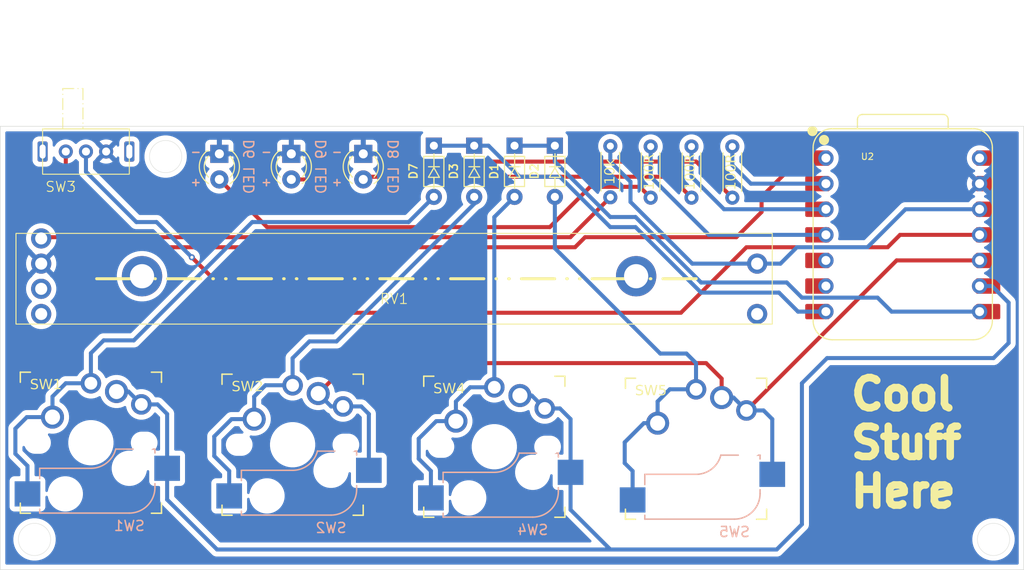
<source format=kicad_pcb>
(kicad_pcb (version 20241229) (generator "pcbnew") (generator_version "9.0")
  (layers (0 "F.Cu" signal "Front") (2 "B.Cu" signal "Back") (13 "F.Paste" user) (15 "B.Paste" user) (5 "F.SilkS" user) (7 "B.SilkS" user) (1 "F.Mask" user) (3 "B.Mask" user) (25 "Edge.Cuts" user))
  (net 0 "")
  (net 1 "Net-(D1-A)")
  (net 2 "Net-(D1-K)")
  (net 3 "Net-(D2-A)")
  (net 4 "Net-(D3-K)")
  (net 5 "Net-(D3-A)")
  (net 6 "Net-(D7-A)")
  (net 7 "Net-(D6-A)")
  (net 8 "GND")
  (net 9 "Net-(D8-A)")
  (net 10 "Net-(D9-A)")
  (net 11 "Net-(SW3-C)")
  (net 12 "Net-(SW3-B)")
  (net 13 "Net-(U2-GPIO29{slash}ADC3{slash}A3)")
  (net 14 "Net-(U2-GPIO28{slash}ADC2{slash}A2)")
  (net 15 "Net-(U2-GPIO27{slash}ADC1{slash}A1)")
  (net 16 "Net-(U2-3V3)")
  (net 17 "Net-(U2-GPIO26{slash}ADC0{slash}A0)")
  (net 18 "Net-(U2-GPIO2{slash}SCK)")
  (net 19 "Net-(U2-GPIO4{slash}MISO)")
  (footprint "LED_THT:LED_D3.0mm" (layer "F.Cu") (at 146.5 40.73 -90)
    (property "Reference" "D8 LED" (at 1.27 -3 90) (layer "B.SilkS") (effects (justify mirror)))
    (property "Value" "LED")
    (fp_line (start -0.29 1.08) (end -0.29 1.236) (stroke (width 0.12)) (layer "F.SilkS"))
    (fp_line (start -0.29 -1.236) (end -0.29 -1.08) (stroke (width 0.12)) (layer "F.SilkS"))
    (fp_arc (start 2.310961 1.08) (mid 1.27 1.5) (end 0.229039 1.08) (stroke (width 0.12)) (layer "F.SilkS"))
    (fp_arc (start 2.941437 1.08) (mid 1.36566 1.987699) (end -0.29 1.235516) (stroke (width 0.12)) (layer "F.SilkS"))
    (fp_arc (start 0.229039 -1.08) (mid 1.27 -1.5) (end 2.310961 -1.08) (stroke (width 0.12)) (layer "F.SilkS"))
    (fp_arc (start -0.29 -1.235516) (mid 1.36566 -1.987699) (end 2.941437 -1.08) (stroke (width 0.12)) (layer "F.SilkS"))
    (pad "1" thru_hole rect (at 0 0 270) (size 1.8 1.8) (drill 0.9) (layers "*.Cu" "*.Mask") (net 8 "GND"))
    (pad "2" thru_hole circle (at 2.54 0 270) (size 1.8 1.8) (drill 0.9) (layers "*.Cu" "*.Mask") (net 9 "Net-(D8-A)"))
  )
  (footprint "Key_Switches:Kailh_socket_MX_PG1350_optional" (layer "F.Cu") (at 119.49 69.4)
    (property "Reference" "SW1" (at -4.4704 -5.7277 0) (layer "F.SilkS"))
    (property "Value" "SW_Push")
    (fp_line (start -7 -6) (end -7 -7) (stroke (width 0.15)) (layer "F.SilkS"))
    (fp_line (start -7 7) (end -7 6) (stroke (width 0.15)) (layer "F.SilkS"))
    (fp_line (start -7 7) (end -6 7) (stroke (width 0.15)) (layer "F.SilkS"))
    (fp_line (start -6 -7) (end -7 -7) (stroke (width 0.15)) (layer "F.SilkS"))
    (fp_line (start 6 7) (end 7 7) (stroke (width 0.15)) (layer "F.SilkS"))
    (fp_line (start 7 -7) (end 6 -7) (stroke (width 0.15)) (layer "F.SilkS"))
    (fp_line (start 7 -7) (end 7 -6) (stroke (width 0.15)) (layer "F.SilkS"))
    (fp_line (start 7 6) (end 7 7) (stroke (width 0.15)) (layer "F.SilkS"))
    (fp_line (start -5.08 2.54) (end -5.08 3.556) (stroke (width 0.15)) (layer "B.SilkS"))
    (fp_line (start -5.08 6.604) (end -5.08 6.985) (stroke (width 0.15)) (layer "B.SilkS"))
    (fp_line (start -5.08 6.985) (end 3.81 6.985) (stroke (width 0.15)) (layer "B.SilkS"))
    (fp_line (start 0 2.54) (end -5.08 2.54) (stroke (width 0.15)) (layer "B.SilkS"))
    (fp_line (start 4.191 0.635) (end 2.54 0.635) (stroke (width 0.15)) (layer "B.SilkS"))
    (fp_line (start 6.35 0.635) (end 5.969 0.635) (stroke (width 0.15)) (layer "B.SilkS"))
    (fp_line (start 6.35 1.016) (end 6.35 0.635) (stroke (width 0.15)) (layer "B.SilkS"))
    (fp_line (start 6.35 4.445) (end 6.35 4.064) (stroke (width 0.15)) (layer "B.SilkS"))
    (fp_arc (start 2.464162 0.61604) (mid 1.563147 2.002042) (end 0 2.54) (stroke (width 0.15)) (layer "B.SilkS"))
    (fp_arc (start 6.35 4.445) (mid 5.606051 6.241051) (end 3.81 6.985) (stroke (width 0.15)) (layer "B.SilkS"))
    (fp_text user "${REFERENCE}" (at 3.81 8.255 0) (layer "B.SilkS") (effects (justify mirror)))
    (pad "" np_thru_hole oval (at -5.2959 0 180) (size 2.15 1.7018) (drill oval 2.15 1.7018) (layers "*.Cu" "*.Mask"))
    (pad "" np_thru_hole circle (at -2.54 5.08) (size 3 3) (drill 3) (layers "*.Cu" "*.Mask"))
    (pad "" np_thru_hole circle (at 0 0) (size 3.9878 3.9878) (drill 3.9878) (layers "*.Cu" "*.Mask"))
    (pad "" np_thru_hole circle (at 3.81 2.54) (size 3 3) (drill 3) (layers "*.Cu" "*.Mask"))
    (pad "" np_thru_hole oval (at 5.2832 0 180) (size 2.15 1.7018) (drill oval 2.15 1.7018) (layers "*.Cu" "*.Mask"))
    (pad "1" thru_hole circle (at 2.54 -5.08) (size 2.286 2.286) (drill 1.4986) (layers "*.Cu" "*.Mask") (net 18 "Net-(U2-GPIO2{slash}SCK)"))
    (pad "1" thru_hole circle (at 5 -3.8 180) (size 2.032 2.032) (drill 1.27) (layers "*.Cu" "*.Mask") (net 18 "Net-(U2-GPIO2{slash}SCK)"))
    (pad "1" smd rect (at 7.56 2.54) (size 2.55 2.5) (layers "B.Cu" "B.Mask" "B.Paste") (net 18 "Net-(U2-GPIO2{slash}SCK)"))
    (pad "2" smd rect (at -6.29 5.08) (size 2.55 2.5) (layers "B.Cu" "B.Mask" "B.Paste") (net 6 "Net-(D7-A)"))
    (pad "2" thru_hole circle (at -3.81 -2.54) (size 2.286 2.286) (drill 1.4986) (layers "*.Cu" "*.Mask") (net 6 "Net-(D7-A)"))
    (pad "2" thru_hole circle (at 0 -5.9 180) (size 2.032 2.032) (drill 1.27) (layers "*.Cu" "*.Mask") (net 6 "Net-(D7-A)"))
  )
  (footprint "Key_Switches:Kailh_socket_MX_PG1350_optional" (layer "F.Cu") (at 179.5 70)
    (property "Reference" "SW5" (at -4.4704 -5.7277 0) (layer "F.SilkS"))
    (property "Value" "SW_Push")
    (fp_line (start -7 -6) (end -7 -7) (stroke (width 0.15)) (layer "F.SilkS"))
    (fp_line (start -7 7) (end -7 6) (stroke (width 0.15)) (layer "F.SilkS"))
    (fp_line (start -7 7) (end -6 7) (stroke (width 0.15)) (layer "F.SilkS"))
    (fp_line (start -6 -7) (end -7 -7) (stroke (width 0.15)) (layer "F.SilkS"))
    (fp_line (start 6 7) (end 7 7) (stroke (width 0.15)) (layer "F.SilkS"))
    (fp_line (start 7 -7) (end 6 -7) (stroke (width 0.15)) (layer "F.SilkS"))
    (fp_line (start 7 -7) (end 7 -6) (stroke (width 0.15)) (layer "F.SilkS"))
    (fp_line (start 7 6) (end 7 7) (stroke (width 0.15)) (layer "F.SilkS"))
    (fp_line (start -5.08 2.54) (end -5.08 3.556) (stroke (width 0.15)) (layer "B.SilkS"))
    (fp_line (start -5.08 6.604) (end -5.08 6.985) (stroke (width 0.15)) (layer "B.SilkS"))
    (fp_line (start -5.08 6.985) (end 3.81 6.985) (stroke (width 0.15)) (layer "B.SilkS"))
    (fp_line (start 0 2.54) (end -5.08 2.54) (stroke (width 0.15)) (layer "B.SilkS"))
    (fp_line (start 4.191 0.635) (end 2.54 0.635) (stroke (width 0.15)) (layer "B.SilkS"))
    (fp_line (start 6.35 0.635) (end 5.969 0.635) (stroke (width 0.15)) (layer "B.SilkS"))
    (fp_line (start 6.35 1.016) (end 6.35 0.635) (stroke (width 0.15)) (layer "B.SilkS"))
    (fp_line (start 6.35 4.445) (end 6.35 4.064) (stroke (width 0.15)) (layer "B.SilkS"))
    (fp_arc (start 2.464162 0.61604) (mid 1.563147 2.002042) (end 0 2.54) (stroke (width 0.15)) (layer "B.SilkS"))
    (fp_arc (start 6.35 4.445) (mid 5.606051 6.241051) (end 3.81 6.985) (stroke (width 0.15)) (layer "B.SilkS"))
    (fp_text user "${REFERENCE}" (at 3.81 8.255 0) (layer "B.SilkS") (effects (justify mirror)))
    (pad "" np_thru_hole oval (at -5.2959 0 180) (size 2.15 1.7018) (drill oval 2.15 1.7018) (layers "*.Cu" "*.Mask"))
    (pad "" np_thru_hole circle (at -2.54 5.08) (size 3 3) (drill 3) (layers "*.Cu" "*.Mask"))
    (pad "" np_thru_hole circle (at 0 0) (size 3.9878 3.9878) (drill 3.9878) (layers "*.Cu" "*.Mask"))
    (pad "" np_thru_hole circle (at 3.81 2.54) (size 3 3) (drill 3) (layers "*.Cu" "*.Mask"))
    (pad "" np_thru_hole oval (at 5.2832 0 180) (size 2.15 1.7018) (drill oval 2.15 1.7018) (layers "*.Cu" "*.Mask"))
    (pad "1" thru_hole circle (at 2.54 -5.08) (size 2.286 2.286) (drill 1.4986) (layers "*.Cu" "*.Mask") (net 19 "Net-(U2-GPIO4{slash}MISO)"))
    (pad "1" thru_hole circle (at 5 -3.8 180) (size 2.032 2.032) (drill 1.27) (layers "*.Cu" "*.Mask") (net 19 "Net-(U2-GPIO4{slash}MISO)"))
    (pad "1" smd rect (at 7.56 2.54) (size 2.55 2.5) (layers "B.Cu" "B.Mask" "B.Paste") (net 19 "Net-(U2-GPIO4{slash}MISO)"))
    (pad "2" smd rect (at -6.29 5.08) (size 2.55 2.5) (layers "B.Cu" "B.Mask" "B.Paste") (net 3 "Net-(D2-A)"))
    (pad "2" thru_hole circle (at -3.81 -2.54) (size 2.286 2.286) (drill 1.4986) (layers "*.Cu" "*.Mask") (net 3 "Net-(D2-A)"))
    (pad "2" thru_hole circle (at 0 -5.9 180) (size 2.032 2.032) (drill 1.27) (layers "*.Cu" "*.Mask") (net 3 "Net-(D2-A)"))
  )
  (footprint "Resistor_THT:R_Axial_DIN0204_L3.6mm_D1.6mm_P5.08mm_Horizontal" (layer "F.Cu") (at 179.05 45.08 90)
    (property "Reference" "100R" (at 2.54 -0.1 90) (layer "F.SilkS"))
    (property "Value" "100R")
    (fp_line (start 0.62 -0.92) (end 4.46 -0.92) (stroke (width 0.12)) (layer "F.SilkS"))
    (fp_line (start 0.62 0.92) (end 4.46 0.92) (stroke (width 0.12)) (layer "F.SilkS"))
    (pad "1" thru_hole circle (at 0 0 90) (size 1.4 1.4) (drill 0.7) (layers "*.Cu" "*.Mask") (net 9 "Net-(D8-A)"))
    (pad "2" thru_hole circle (at 5.08 0 90) (size 1.4 1.4) (drill 0.7) (layers "*.Cu" "*.Mask") (net 14 "Net-(U2-GPIO28{slash}ADC2{slash}A2)"))
  )
  (footprint "Resistor_THT:R_Axial_DIN0204_L3.6mm_D1.6mm_P5.08mm_Horizontal" (layer "F.Cu") (at 183.1 45.08 90)
    (property "Reference" "100R" (at 2.54 -0.1 90) (layer "F.SilkS"))
    (property "Value" "100R")
    (fp_line (start 0.62 -0.92) (end 4.46 -0.92) (stroke (width 0.12)) (layer "F.SilkS"))
    (fp_line (start 0.62 0.92) (end 4.46 0.92) (stroke (width 0.12)) (layer "F.SilkS"))
    (pad "1" thru_hole circle (at 0 0 90) (size 1.4 1.4) (drill 0.7) (layers "*.Cu" "*.Mask") (net 10 "Net-(D9-A)"))
    (pad "2" thru_hole circle (at 5.08 0 90) (size 1.4 1.4) (drill 0.7) (layers "*.Cu" "*.Mask") (net 15 "Net-(U2-GPIO27{slash}ADC1{slash}A1)"))
  )
  (footprint "Key_Switches:Kailh_socket_MX_PG1350_optional" (layer "F.Cu") (at 159.496667 69.8)
    (property "Reference" "SW4" (at -4.4704 -5.7277 0) (layer "F.SilkS"))
    (property "Value" "SW_Push")
    (fp_line (start -7 -6) (end -7 -7) (stroke (width 0.15)) (layer "F.SilkS"))
    (fp_line (start -7 7) (end -7 6) (stroke (width 0.15)) (layer "F.SilkS"))
    (fp_line (start -7 7) (end -6 7) (stroke (width 0.15)) (layer "F.SilkS"))
    (fp_line (start -6 -7) (end -7 -7) (stroke (width 0.15)) (layer "F.SilkS"))
    (fp_line (start 6 7) (end 7 7) (stroke (width 0.15)) (layer "F.SilkS"))
    (fp_line (start 7 -7) (end 6 -7) (stroke (width 0.15)) (layer "F.SilkS"))
    (fp_line (start 7 -7) (end 7 -6) (stroke (width 0.15)) (layer "F.SilkS"))
    (fp_line (start 7 6) (end 7 7) (stroke (width 0.15)) (layer "F.SilkS"))
    (fp_line (start -5.08 2.54) (end -5.08 3.556) (stroke (width 0.15)) (layer "B.SilkS"))
    (fp_line (start -5.08 6.604) (end -5.08 6.985) (stroke (width 0.15)) (layer "B.SilkS"))
    (fp_line (start -5.08 6.985) (end 3.81 6.985) (stroke (width 0.15)) (layer "B.SilkS"))
    (fp_line (start 0 2.54) (end -5.08 2.54) (stroke (width 0.15)) (layer "B.SilkS"))
    (fp_line (start 4.191 0.635) (end 2.54 0.635) (stroke (width 0.15)) (layer "B.SilkS"))
    (fp_line (start 6.35 0.635) (end 5.969 0.635) (stroke (width 0.15)) (layer "B.SilkS"))
    (fp_line (start 6.35 1.016) (end 6.35 0.635) (stroke (width 0.15)) (layer "B.SilkS"))
    (fp_line (start 6.35 4.445) (end 6.35 4.064) (stroke (width 0.15)) (layer "B.SilkS"))
    (fp_arc (start 2.464162 0.61604) (mid 1.563147 2.002042) (end 0 2.54) (stroke (width 0.15)) (layer "B.SilkS"))
    (fp_arc (start 6.35 4.445) (mid 5.606051 6.241051) (end 3.81 6.985) (stroke (width 0.15)) (layer "B.SilkS"))
    (fp_text user "${REFERENCE}" (at 3.81 8.255 0) (layer "B.SilkS") (effects (justify mirror)))
    (pad "" np_thru_hole oval (at -5.2959 0 180) (size 2.15 1.7018) (drill oval 2.15 1.7018) (layers "*.Cu" "*.Mask"))
    (pad "" np_thru_hole circle (at -2.54 5.08) (size 3 3) (drill 3) (layers "*.Cu" "*.Mask"))
    (pad "" np_thru_hole circle (at 0 0) (size 3.9878 3.9878) (drill 3.9878) (layers "*.Cu" "*.Mask"))
    (pad "" np_thru_hole circle (at 3.81 2.54) (size 3 3) (drill 3) (layers "*.Cu" "*.Mask"))
    (pad "" np_thru_hole oval (at 5.2832 0 180) (size 2.15 1.7018) (drill oval 2.15 1.7018) (layers "*.Cu" "*.Mask"))
    (pad "1" thru_hole circle (at 2.54 -5.08) (size 2.286 2.286) (drill 1.4986) (layers "*.Cu" "*.Mask") (net 18 "Net-(U2-GPIO2{slash}SCK)"))
    (pad "1" thru_hole circle (at 5 -3.8 180) (size 2.032 2.032) (drill 1.27) (layers "*.Cu" "*.Mask") (net 18 "Net-(U2-GPIO2{slash}SCK)"))
    (pad "1" smd rect (at 7.56 2.54) (size 2.55 2.5) (layers "B.Cu" "B.Mask" "B.Paste") (net 18 "Net-(U2-GPIO2{slash}SCK)"))
    (pad "2" smd rect (at -6.29 5.08) (size 2.55 2.5) (layers "B.Cu" "B.Mask" "B.Paste") (net 1 "Net-(D1-A)"))
    (pad "2" thru_hole circle (at -3.81 -2.54) (size 2.286 2.286) (drill 1.4986) (layers "*.Cu" "*.Mask") (net 1 "Net-(D1-A)"))
    (pad "2" thru_hole circle (at 0 -5.9 180) (size 2.032 2.032) (drill 1.27) (layers "*.Cu" "*.Mask") (net 1 "Net-(D1-A)"))
  )
  (footprint "CustomFootprints:Potentiometer_slide_75mm_range_60mm_2_sets" (layer "F.Cu") (at 112.06 57.625)
    (property "Reference" "RV1" (at 37.5 -2.5 0) (layer "F.SilkS") (effects (font (thickness 0.1))))
    (property "Value" "Analogue_input_slider 10k")
    (fp_line (start 8 -4.5) (end 68 -4.5) (stroke (width 0.3) (type dash_dot_dot)) (layer "F.SilkS"))
    (fp_rect (start 0 -9) (end 75 0) (stroke (width 0.1)) (fill no) (layer "F.SilkS"))
    (pad "1" thru_hole circle (at 2.5 -6) (size 2 2) (drill 1.2) (layers "*.Cu" "*.Mask") (net 8 "GND"))
    (pad "1'" thru_hole circle (at 2.5 -1) (size 2 2) (drill 1.2) (layers "*.Cu" "*.Mask"))
    (pad "2" thru_hole circle (at 2.5 -8.5) (size 2 2) (drill 1.2) (layers "*.Cu" "*.Mask") (net 17 "Net-(U2-GPIO26{slash}ADC0{slash}A0)"))
    (pad "2'" thru_hole circle (at 2.5 -3.5) (size 2 2) (drill 1.2) (layers "*.Cu" "*.Mask"))
    (pad "3" thru_hole circle (at 73.5 -6) (size 2 2) (drill 1.2) (layers "*.Cu" "*.Mask") (net 16 "Net-(U2-3V3)"))
    (pad "3'" thru_hole circle (at 73.5 -1) (size 2 2) (drill 1.2) (layers "*.Cu" "*.Mask"))
    (pad "MP" thru_hole circle (at 12.5 -4.75) (size 4 4) (drill 2.4) (layers "*.Cu" "*.Mask"))
    (pad "MP" thru_hole circle (at 61.5 -4.75) (size 4 4) (drill 2.4) (layers "*.Cu" "*.Mask"))
  )
  (footprint "XIAO Seeduino:XIAO-RP2040-DIP" (layer "F.Cu") (at 200 48.7685)
    (property "Reference" "U2" (at -3.5 -7.7685 0) (layer "F.SilkS") (effects (font (size 0.635 0.635) (thickness 0.1016))))
    (property "Value" "XIAO-RP2040-DIP")
    (fp_line (start -8.89 8.509) (end -8.89 -8.636) (stroke (width 0.127)) (layer "F.SilkS"))
    (fp_line (start -6.985 10.414) (end 6.985 10.414) (stroke (width 0.127)) (layer "F.SilkS"))
    (fp_line (start -4.495 -10.541) (end -4.491272 -11.451272) (stroke (width 0.127)) (layer "F.SilkS"))
    (fp_line (start -3.991272 -11.951) (end 4.004 -11.951) (stroke (width 0.127)) (layer "F.SilkS"))
    (fp_line (start 4.504 -11.451) (end 4.504 -10.541) (stroke (width 0.127)) (layer "F.SilkS"))
    (fp_line (start 6.985 -10.541) (end -6.985 -10.541) (stroke (width 0.1)) (layer "F.SilkS"))
    (fp_line (start 6.985 -10.541) (end -6.985 -10.541) (stroke (width 0.127)) (layer "F.SilkS"))
    (fp_line (start 8.89 8.509) (end 8.89 -8.636) (stroke (width 0.127)) (layer "F.SilkS"))
    (fp_arc (start -8.89 -8.636) (mid -8.332038 -9.983038) (end -6.985 -10.541) (stroke (width 0.127)) (layer "F.SilkS"))
    (fp_arc (start -6.985 10.414) (mid -8.332038 9.856038) (end -8.89 8.509) (stroke (width 0.127)) (layer "F.SilkS"))
    (fp_arc (start -4.491272 -11.451272) (mid -4.344728 -11.80464) (end -3.991272 -11.951) (stroke (width 0.127)) (layer "F.SilkS"))
    (fp_arc (start 4.004 -11.951) (mid 4.357553 -11.804553) (end 4.504 -11.451) (stroke (width 0.127)) (layer "F.SilkS"))
    (fp_arc (start 6.985 -10.541) (mid 8.332038 -9.983038) (end 8.89 -8.636) (stroke (width 0.127)) (layer "F.SilkS"))
    (fp_arc (start 8.89 8.509) (mid 8.332038 9.856038) (end 6.985 10.414) (stroke (width 0.127)) (layer "F.SilkS"))
    (fp_circle (center -8.95 -10.3) (end -8.95 -10.554) (stroke (width 0.5)) (fill yes) (layer "F.SilkS"))
    (fp_circle (center -7.807 -9.42) (end -7.807 -9.674) (stroke (width 0.5)) (fill yes) (layer "F.SilkS"))
    (pad "1" smd roundrect (at -8.455 -7.62 180) (size 2.432 1.524) (layers "F.Cu" "F.Mask") (roundrect_rratio 0.1) (net 17 "Net-(U2-GPIO26{slash}ADC0{slash}A0)"))
    (pad "1" thru_hole circle (at -7.62 -7.62 180) (size 1.524 1.524) (drill 0.889) (layers "*.Cu" "*.Mask") (net 17 "Net-(U2-GPIO26{slash}ADC0{slash}A0)"))
    (pad "2" smd roundrect (at -8.455 -5.08 180) (size 2.432 1.524) (layers "F.Cu" "F.Mask") (roundrect_rratio 0.1) (net 15 "Net-(U2-GPIO27{slash}ADC1{slash}A1)"))
    (pad "2" thru_hole circle (at -7.62 -5.08 180) (size 1.524 1.524) (drill 0.889) (layers "*.Cu" "*.Mask") (net 15 "Net-(U2-GPIO27{slash}ADC1{slash}A1)"))
    (pad "3" smd roundrect (at -8.455 -2.54 180) (size 2.432 1.524) (layers "F.Cu" "F.Mask") (roundrect_rratio 0.1) (net 14 "Net-(U2-GPIO28{slash}ADC2{slash}A2)"))
    (pad "3" thru_hole circle (at -7.62 -2.54 180) (size 1.524 1.524) (drill 0.889) (layers "*.Cu" "*.Mask") (net 14 "Net-(U2-GPIO28{slash}ADC2{slash}A2)"))
    (pad "4" smd roundrect (at -8.455 0 180) (size 2.432 1.524) (layers "F.Cu" "F.Mask") (roundrect_rratio 0.1) (net 13 "Net-(U2-GPIO29{slash}ADC3{slash}A3)"))
    (pad "4" thru_hole circle (at -7.62 0 180) (size 1.524 1.524) (drill 0.889) (layers "*.Cu" "*.Mask") (net 13 "Net-(U2-GPIO29{slash}ADC3{slash}A3)"))
    (pad "5" smd roundrect (at -8.455 2.54 180) (size 2.432 1.524) (layers "F.Cu" "F.Mask") (roundrect_rratio 0.1))
    (pad "5" thru_hole circle (at -7.62 2.54 180) (size 1.524 1.524) (drill 0.889) (layers "*.Cu" "*.Mask"))
    (pad "6" smd roundrect (at -8.455 5.08 180) (size 2.432 1.524) (layers "F.Cu" "F.Mask") (roundrect_rratio 0.1))
    (pad "6" thru_hole circle (at -7.62 5.08 180) (size 1.524 1.524) (drill 0.889) (layers "*.Cu" "*.Mask"))
    (pad "7" smd roundrect (at -8.455 7.62 180) (size 2.432 1.524) (layers "F.Cu" "F.Mask") (roundrect_rratio 0.1) (net 4 "Net-(D3-K)"))
    (pad "7" thru_hole circle (at -7.62 7.62 180) (size 1.524 1.524) (drill 0.889) (layers "*.Cu" "*.Mask") (net 4 "Net-(D3-K)"))
    (pad "8" thru_hole circle (at 7.62 7.62) (size 1.524 1.524) (drill 0.889) (layers "*.Cu" "*.Mask") (net 2 "Net-(D1-K)"))
    (pad "8" smd roundrect (at 8.455 7.62) (size 2.432 1.524) (layers "F.Cu" "F.Mask") (roundrect_rratio 0.1) (net 2 "Net-(D1-K)"))
    (pad "9" thru_hole circle (at 7.62 5.08) (size 1.524 1.524) (drill 0.889) (layers "*.Cu" "*.Mask") (net 18 "Net-(U2-GPIO2{slash}SCK)"))
    (pad "9" smd roundrect (at 8.455 5.08) (size 2.432 1.524) (layers "F.Cu" "F.Mask") (roundrect_rratio 0.1) (net 18 "Net-(U2-GPIO2{slash}SCK)"))
    (pad "10" thru_hole circle (at 7.62 2.54) (size 1.524 1.524) (drill 0.889) (layers "*.Cu" "*.Mask") (net 19 "Net-(U2-GPIO4{slash}MISO)"))
    (pad "10" smd roundrect (at 8.455 2.54) (size 2.432 1.524) (layers "F.Cu" "F.Mask") (roundrect_rratio 0.1) (net 19 "Net-(U2-GPIO4{slash}MISO)"))
    (pad "11" thru_hole circle (at 7.62 0) (size 1.524 1.524) (drill 0.889) (layers "*.Cu" "*.Mask") (net 12 "Net-(SW3-B)"))
    (pad "11" smd roundrect (at 8.455 0) (size 2.432 1.524) (layers "F.Cu" "F.Mask") (roundrect_rratio 0.1) (net 12 "Net-(SW3-B)"))
    (pad "12" thru_hole circle (at 7.62 -2.54) (size 1.524 1.524) (drill 0.889) (layers "*.Cu" "*.Mask") (net 16 "Net-(U2-3V3)"))
    (pad "12" smd roundrect (at 8.455 -2.54) (size 2.432 1.524) (layers "F.Cu" "F.Mask") (roundrect_rratio 0.1) (net 16 "Net-(U2-3V3)"))
    (pad "13" thru_hole circle (at 7.62 -5.08) (size 1.524 1.524) (drill 0.889) (layers "*.Cu" "*.Mask") (net 8 "GND"))
    (pad "13" smd roundrect (at 8.455 -5.08) (size 2.432 1.524) (layers "F.Cu" "F.Mask") (roundrect_rratio 0.1) (net 8 "GND"))
    (pad "14" thru_hole circle (at 7.62 -7.62) (size 1.524 1.524) (drill 0.889) (layers "*.Cu" "*.Mask"))
    (pad "14" smd roundrect (at 8.455 -7.62) (size 2.432 1.524) (layers "F.Cu" "F.Mask") (roundrect_rratio 0.1))
  )
  (footprint "Key_Switches:D_DO-35_SOD27_P5.08mm_Horizontal" (layer "F.Cu") (at 165.5 38.65 -90)
    (property "Reference" "D2" (at 3.81 2.032 90) (layer "F.SilkS") (effects (font (size 0.8 0.8))))
    (property "Value" "1N4148WT" (hide yes))
    (fp_line (start 2.33 1) (end 2.33 -1) (stroke (width 0.12)) (layer "F.SilkS"))
    (fp_line (start 2.34 1) (end 5.31 1) (stroke (width 0.12)) (layer "F.SilkS"))
    (fp_line (start 5.32 1) (end 5.32 -0.99) (stroke (width 0.12)) (layer "F.SilkS"))
    (fp_line (start 3.36 0.53) (end 3.36 -0.55) (stroke (width 0.12)) (layer "F.SilkS"))
    (fp_line (start 4.41 0.53) (end 4.41 -0.55) (stroke (width 0.12)) (layer "F.SilkS"))
    (fp_line (start 3.47 0) (end 4.38 0.53) (stroke (width 0.12)) (layer "F.SilkS"))
    (fp_line (start 2.07 -0.01) (end 3.35 -0.01) (stroke (width 0.12)) (layer "F.SilkS"))
    (fp_line (start 3.46 -0.01) (end 4.41 -0.55) (stroke (width 0.12)) (layer "F.SilkS"))
    (fp_line (start 5.53 -0.01) (end 4.41 -0.01) (stroke (width 0.12)) (layer "F.SilkS"))
    (fp_line (start 2.33 -1) (end 5.32 -0.99) (stroke (width 0.12)) (layer "F.SilkS"))
    (pad "1" thru_hole rect (at 1.27 0 270) (size 1.6 1.6) (drill 0.8) (layers "*.Cu" "*.Mask") (net 2 "Net-(D1-K)"))
    (pad "2" thru_hole oval (at 6.35 0 270) (size 1.6 1.6) (drill 0.8) (layers "*.Cu" "*.Mask") (net 3 "Net-(D2-A)"))
  )
  (footprint "CustomFootprints:SPDT_3pin_2_pos_1P2T_tht_2.54mm_switch_sk12d07" (layer "F.Cu") (at 114.7 38.25)
    (property "Reference" "SW3" (at 1.8 5.75 0) (layer "F.SilkS") (effects (font (thickness 0.1))))
    (property "Value" "OS/Left_Right-hand_Switch" (hide yes))
    (fp_rect (start 0 0) (end 8.6 4.5) (stroke (width 0.1)) (fill no) (layer "F.SilkS"))
    (fp_rect (start 2 -4) (end 4 0) (stroke (width 0.1) (type dash_dot)) (fill no) (layer "F.SilkS"))
    (pad "1" thru_hole circle (at 2.3 2.25) (size 1.4 1.4) (drill 0.8) (layers "*.Cu" "*.Mask") (net 11 "Net-(SW3-C)"))
    (pad "2" thru_hole circle (at 4.3 2.25) (size 1.4 1.4) (drill 0.8) (layers "*.Cu" "*.Mask") (net 12 "Net-(SW3-B)"))
    (pad "3" thru_hole circle (at 6.3 2.25) (size 1.4 1.4) (drill 0.8) (layers "*.Cu" "*.Mask") (net 8 "GND"))
    (pad "MH" thru_hole roundrect (at 0 2.25) (size 1 2) (drill oval 0.6 1.4) (layers "*.Cu" "*.Mask") (roundrect_rratio 0.1785714286))
    (pad "MH" thru_hole roundrect (at 8.6 2.25) (size 1 2) (drill oval 0.6 1.4) (layers "*.Cu" "*.Mask") (roundrect_rratio 0.1785714286))
  )
  (footprint "LED_THT:LED_D3.0mm" (layer "F.Cu") (at 139.365 40.73 -90)
    (property "Reference" "D9 LED" (at 1.27 -2.96 90) (layer "B.SilkS") (effects (justify mirror)))
    (property "Value" "LED")
    (fp_line (start -0.29 1.08) (end -0.29 1.236) (stroke (width 0.12)) (layer "F.SilkS"))
    (fp_line (start -0.29 -1.236) (end -0.29 -1.08) (stroke (width 0.12)) (layer "F.SilkS"))
    (fp_arc (start 2.310961 1.08) (mid 1.27 1.5) (end 0.229039 1.08) (stroke (width 0.12)) (layer "F.SilkS"))
    (fp_arc (start 2.941437 1.08) (mid 1.36566 1.987699) (end -0.29 1.235516) (stroke (width 0.12)) (layer "F.SilkS"))
    (fp_arc (start 0.229039 -1.08) (mid 1.27 -1.5) (end 2.310961 -1.08) (stroke (width 0.12)) (layer "F.SilkS"))
    (fp_arc (start -0.29 -1.235516) (mid 1.36566 -1.987699) (end 2.941437 -1.08) (stroke (width 0.12)) (layer "F.SilkS"))
    (pad "1" thru_hole rect (at 0 0 270) (size 1.8 1.8) (drill 0.9) (layers "*.Cu" "*.Mask") (net 8 "GND"))
    (pad "2" thru_hole circle (at 2.54 0 270) (size 1.8 1.8) (drill 0.9) (layers "*.Cu" "*.Mask") (net 10 "Net-(D9-A)"))
  )
  (footprint "Resistor_THT:R_Axial_DIN0204_L3.6mm_D1.6mm_P5.08mm_Horizontal" (layer "F.Cu") (at 175 45.08 90)
    (property "Reference" "100R" (at 2.54 -0.1 270) (layer "F.SilkS"))
    (property "Value" "100R")
    (fp_line (start 0.62 -0.92) (end 4.46 -0.92) (stroke (width 0.12)) (layer "F.SilkS"))
    (fp_line (start 0.62 0.92) (end 4.46 0.92) (stroke (width 0.12)) (layer "F.SilkS"))
    (pad "1" thru_hole circle (at 0 0 90) (size 1.4 1.4) (drill 0.7) (layers "*.Cu" "*.Mask") (net 7 "Net-(D6-A)"))
    (pad "2" thru_hole circle (at 5.08 0 90) (size 1.4 1.4) (drill 0.7) (layers "*.Cu" "*.Mask") (net 13 "Net-(U2-GPIO29{slash}ADC3{slash}A3)"))
  )
  (footprint "Resistor_THT:R_Axial_DIN0204_L3.6mm_D1.6mm_P5.08mm_Horizontal" (layer "F.Cu") (at 171 45.04 90)
    (property "Reference" "10k" (at 2.54 0 90) (layer "F.SilkS") (effects (font (thickness 0.125))))
    (property "Value" "10k")
    (fp_line (start 0.62 -0.92) (end 4.46 -0.92) (stroke (width 0.12)) (layer "F.SilkS"))
    (fp_line (start 0.62 0.92) (end 4.46 0.92) (stroke (width 0.12)) (layer "F.SilkS"))
    (pad "1" thru_hole circle (at 0 0 90) (size 1.4 1.4) (drill 0.7) (layers "*.Cu" "*.Mask") (net 11 "Net-(SW3-C)"))
    (pad "2" thru_hole circle (at 5.08 0 90) (size 1.4 1.4) (drill 0.7) (layers "*.Cu" "*.Mask") (net 16 "Net-(U2-3V3)"))
  )
  (footprint "LED_THT:LED_D3.0mm" (layer "F.Cu") (at 132.23 40.73 -90)
    (property "Reference" "D6 LED" (at 1.27 -2.96 90) (layer "B.SilkS") (effects (justify mirror)))
    (property "Value" "LED")
    (fp_line (start -0.29 1.08) (end -0.29 1.236) (stroke (width 0.12)) (layer "F.SilkS"))
    (fp_line (start -0.29 -1.236) (end -0.29 -1.08) (stroke (width 0.12)) (layer "F.SilkS"))
    (fp_arc (start 2.310961 1.08) (mid 1.27 1.5) (end 0.229039 1.08) (stroke (width 0.12)) (layer "F.SilkS"))
    (fp_arc (start 2.941437 1.08) (mid 1.36566 1.987699) (end -0.29 1.235516) (stroke (width 0.12)) (layer "F.SilkS"))
    (fp_arc (start 0.229039 -1.08) (mid 1.27 -1.5) (end 2.310961 -1.08) (stroke (width 0.12)) (layer "F.SilkS"))
    (fp_arc (start -0.29 -1.235516) (mid 1.36566 -1.987699) (end 2.941437 -1.08) (stroke (width 0.12)) (layer "F.SilkS"))
    (pad "1" thru_hole rect (at 0 0 270) (size 1.8 1.8) (drill 0.9) (layers "*.Cu" "*.Mask") (net 8 "GND"))
    (pad "2" thru_hole circle (at 2.54 0 270) (size 1.8 1.8) (drill 0.9) (layers "*.Cu" "*.Mask") (net 7 "Net-(D6-A)"))
  )
  (footprint "Key_Switches:D_DO-35_SOD27_P5.08mm_Horizontal" (layer "F.Cu") (at 161.5 38.65 -90)
    (property "Reference" "D1" (at 3.81 2.032 90) (layer "F.SilkS") (effects (font (size 0.8 0.8))))
    (property "Value" "1N4148WT" (hide yes))
    (fp_line (start 2.33 1) (end 2.33 -1) (stroke (width 0.12)) (layer "F.SilkS"))
    (fp_line (start 2.34 1) (end 5.31 1) (stroke (width 0.12)) (layer "F.SilkS"))
    (fp_line (start 5.32 1) (end 5.32 -0.99) (stroke (width 0.12)) (layer "F.SilkS"))
    (fp_line (start 3.36 0.53) (end 3.36 -0.55) (stroke (width 0.12)) (layer "F.SilkS"))
    (fp_line (start 4.41 0.53) (end 4.41 -0.55) (stroke (width 0.12)) (layer "F.SilkS"))
    (fp_line (start 3.47 0) (end 4.38 0.53) (stroke (width 0.12)) (layer "F.SilkS"))
    (fp_line (start 2.07 -0.01) (end 3.35 -0.01) (stroke (width 0.12)) (layer "F.SilkS"))
    (fp_line (start 3.46 -0.01) (end 4.41 -0.55) (stroke (width 0.12)) (layer "F.SilkS"))
    (fp_line (start 5.53 -0.01) (end 4.41 -0.01) (stroke (width 0.12)) (layer "F.SilkS"))
    (fp_line (start 2.33 -1) (end 5.32 -0.99) (stroke (width 0.12)) (layer "F.SilkS"))
    (pad "1" thru_hole rect (at 1.27 0 270) (size 1.6 1.6) (drill 0.8) (layers "*.Cu" "*.Mask") (net 2 "Net-(D1-K)"))
    (pad "2" thru_hole oval (at 6.35 0 270) (size 1.6 1.6) (drill 0.8) (layers "*.Cu" "*.Mask") (net 1 "Net-(D1-A)"))
  )
  (footprint "Key_Switches:Kailh_socket_MX_PG1350_optional" (layer "F.Cu") (at 139.493333 69.6)
    (property "Reference" "SW2" (at -4.4704 -5.7277 0) (layer "F.SilkS"))
    (property "Value" "SW_Push")
    (fp_line (start -7 -6) (end -7 -7) (stroke (width 0.15)) (layer "F.SilkS"))
    (fp_line (start -7 7) (end -7 6) (stroke (width 0.15)) (layer "F.SilkS"))
    (fp_line (start -7 7) (end -6 7) (stroke (width 0.15)) (layer "F.SilkS"))
    (fp_line (start -6 -7) (end -7 -7) (stroke (width 0.15)) (layer "F.SilkS"))
    (fp_line (start 6 7) (end 7 7) (stroke (width 0.15)) (layer "F.SilkS"))
    (fp_line (start 7 -7) (end 6 -7) (stroke (width 0.15)) (layer "F.SilkS"))
    (fp_line (start 7 -7) (end 7 -6) (stroke (width 0.15)) (layer "F.SilkS"))
    (fp_line (start 7 6) (end 7 7) (stroke (width 0.15)) (layer "F.SilkS"))
    (fp_line (start -5.08 2.54) (end -5.08 3.556) (stroke (width 0.15)) (layer "B.SilkS"))
    (fp_line (start -5.08 6.604) (end -5.08 6.985) (stroke (width 0.15)) (layer "B.SilkS"))
    (fp_line (start -5.08 6.985) (end 3.81 6.985) (stroke (width 0.15)) (layer "B.SilkS"))
    (fp_line (start 0 2.54) (end -5.08 2.54) (stroke (width 0.15)) (layer "B.SilkS"))
    (fp_line (start 4.191 0.635) (end 2.54 0.635) (stroke (width 0.15)) (layer "B.SilkS"))
    (fp_line (start 6.35 0.635) (end 5.969 0.635) (stroke (width 0.15)) (layer "B.SilkS"))
    (fp_line (start 6.35 1.016) (end 6.35 0.635) (stroke (width 0.15)) (layer "B.SilkS"))
    (fp_line (start 6.35 4.445) (end 6.35 4.064) (stroke (width 0.15)) (layer "B.SilkS"))
    (fp_arc (start 2.464162 0.61604) (mid 1.563147 2.002042) (end 0 2.54) (stroke (width 0.15)) (layer "B.SilkS"))
    (fp_arc (start 6.35 4.445) (mid 5.606051 6.241051) (end 3.81 6.985) (stroke (width 0.15)) (layer "B.SilkS"))
    (fp_text user "${REFERENCE}" (at 3.81 8.255 0) (layer "B.SilkS") (effects (justify mirror)))
    (pad "" np_thru_hole oval (at -5.2959 0 180) (size 2.15 1.7018) (drill oval 2.15 1.7018) (layers "*.Cu" "*.Mask"))
    (pad "" np_thru_hole circle (at -2.54 5.08) (size 3 3) (drill 3) (layers "*.Cu" "*.Mask"))
    (pad "" np_thru_hole circle (at 0 0) (size 3.9878 3.9878) (drill 3.9878) (layers "*.Cu" "*.Mask"))
    (pad "" np_thru_hole circle (at 3.81 2.54) (size 3 3) (drill 3) (layers "*.Cu" "*.Mask"))
    (pad "" np_thru_hole oval (at 5.2832 0 180) (size 2.15 1.7018) (drill oval 2.15 1.7018) (layers "*.Cu" "*.Mask"))
    (pad "1" thru_hole circle (at 2.54 -5.08) (size 2.286 2.286) (drill 1.4986) (layers "*.Cu" "*.Mask") (net 19 "Net-(U2-GPIO4{slash}MISO)"))
    (pad "1" thru_hole circle (at 5 -3.8 180) (size 2.032 2.032) (drill 1.27) (layers "*.Cu" "*.Mask") (net 19 "Net-(U2-GPIO4{slash}MISO)"))
    (pad "1" smd rect (at 7.56 2.54) (size 2.55 2.5) (layers "B.Cu" "B.Mask" "B.Paste") (net 19 "Net-(U2-GPIO4{slash}MISO)"))
    (pad "2" smd rect (at -6.29 5.08) (size 2.55 2.5) (layers "B.Cu" "B.Mask" "B.Paste") (net 5 "Net-(D3-A)"))
    (pad "2" thru_hole circle (at -3.81 -2.54) (size 2.286 2.286) (drill 1.4986) (layers "*.Cu" "*.Mask") (net 5 "Net-(D3-A)"))
    (pad "2" thru_hole circle (at 0 -5.9 180) (size 2.032 2.032) (drill 1.27) (layers "*.Cu" "*.Mask") (net 5 "Net-(D3-A)"))
  )
  (footprint "Key_Switches:D_DO-35_SOD27_P5.08mm_Horizontal" (layer "F.Cu") (at 157.5 38.65 -90)
    (property "Reference" "D3" (at 3.81 2.032 90) (layer "F.SilkS") (effects (font (size 0.8 0.8))))
    (property "Value" "1N4148WT" (hide yes))
    (fp_line (start 2.33 1) (end 2.33 -1) (stroke (width 0.12)) (layer "F.SilkS"))
    (fp_line (start 2.34 1) (end 5.31 1) (stroke (width 0.12)) (layer "F.SilkS"))
    (fp_line (start 5.32 1) (end 5.32 -0.99) (stroke (width 0.12)) (layer "F.SilkS"))
    (fp_line (start 3.36 0.53) (end 3.36 -0.55) (stroke (width 0.12)) (layer "F.SilkS"))
    (fp_line (start 4.41 0.53) (end 4.41 -0.55) (stroke (width 0.12)) (layer "F.SilkS"))
    (fp_line (start 3.47 0) (end 4.38 0.53) (stroke (width 0.12)) (layer "F.SilkS"))
    (fp_line (start 2.07 -0.01) (end 3.35 -0.01) (stroke (width 0.12)) (layer "F.SilkS"))
    (fp_line (start 3.46 -0.01) (end 4.41 -0.55) (stroke (width 0.12)) (layer "F.SilkS"))
    (fp_line (start 5.53 -0.01) (end 4.41 -0.01) (stroke (width 0.12)) (layer "F.SilkS"))
    (fp_line (start 2.33 -1) (end 5.32 -0.99) (stroke (width 0.12)) (layer "F.SilkS"))
    (pad "1" thru_hole rect (at 1.27 0 270) (size 1.6 1.6) (drill 0.8) (layers "*.Cu" "*.Mask") (net 4 "Net-(D3-K)"))
    (pad "2" thru_hole oval (at 6.35 0 270) (size 1.6 1.6) (drill 0.8) (layers "*.Cu" "*.Mask") (net 5 "Net-(D3-A)"))
  )
  (footprint "Key_Switches:D_DO-35_SOD27_P5.08mm_Horizontal" (layer "F.Cu") (at 153.5 38.65 -90)
    (property "Reference" "D7" (at 3.81 2.032 90) (layer "F.SilkS") (effects (font (size 0.8 0.8))))
    (property "Value" "1N4148WT" (hide yes))
    (fp_line (start 2.33 1) (end 2.33 -1) (stroke (width 0.12)) (layer "F.SilkS"))
    (fp_line (start 2.34 1) (end 5.31 1) (stroke (width 0.12)) (layer "F.SilkS"))
    (fp_line (start 5.32 1) (end 5.32 -0.99) (stroke (width 0.12)) (layer "F.SilkS"))
    (fp_line (start 3.36 0.53) (end 3.36 -0.55) (stroke (width 0.12)) (layer "F.SilkS"))
    (fp_line (start 4.41 0.53) (end 4.41 -0.55) (stroke (width 0.12)) (layer "F.SilkS"))
    (fp_line (start 3.47 0) (end 4.38 0.53) (stroke (width 0.12)) (layer "F.SilkS"))
    (fp_line (start 2.07 -0.01) (end 3.35 -0.01) (stroke (width 0.12)) (layer "F.SilkS"))
    (fp_line (start 3.46 -0.01) (end 4.41 -0.55) (stroke (width 0.12)) (layer "F.SilkS"))
    (fp_line (start 5.53 -0.01) (end 4.41 -0.01) (stroke (width 0.12)) (layer "F.SilkS"))
    (fp_line (start 2.33 -1) (end 5.32 -0.99) (stroke (width 0.12)) (layer "F.SilkS"))
    (pad "1" thru_hole rect (at 1.27 0 270) (size 1.6 1.6) (drill 0.8) (layers "*.Cu" "*.Mask") (net 4 "Net-(D3-K)"))
    (pad "2" thru_hole oval (at 6.35 0 270) (size 1.6 1.6) (drill 0.8) (layers "*.Cu" "*.Mask") (net 6 "Net-(D7-A)"))
  )
  (gr_circle (center 209 79) (end 210.6 79) (stroke (width 0.0381)) (fill no) (layer "Edge.Cuts"))
  (gr_circle (center 126.9 41) (end 128.5 41) (stroke (width 0.0381)) (fill no) (layer "Edge.Cuts"))
  (gr_rect (start 110.5 38) (end 212 82) (stroke (width 0.05)) (fill no) (layer "Edge.Cuts"))
  (gr_circle (center 113.9 79) (end 115.5 79) (stroke (width 0.0381)) (fill no) (layer "Edge.Cuts"))
  (gr_text "Cool\nStuff\nHere" (at 194.5 76 0) (layer "F.SilkS") (effects (font (size 3 3) (thickness 0.75) (bold yes)) (justify left bottom)))
  (gr_text "-" (at 144.5 41 0) (layer "B.SilkS") (effects (font (size 0.8128 0.8128) (thickness 0.1524) (bold yes)) (justify left bottom mirror)))
  (gr_text "+" (at 144.5 44 0) (layer "B.SilkS") (effects (font (size 0.8128 0.8128) (thickness 0.1524) (bold yes)) (justify left bottom mirror)))
  (gr_text "+" (at 130.5 44 0) (layer "B.SilkS") (effects (font (size 0.8128 0.8128) (thickness 0.1524) (bold yes)) (justify left bottom mirror)))
  (gr_text "-" (at 130.5 41 0) (layer "B.SilkS") (effects (font (size 0.8128 0.8128) (thickness 0.1524) (bold yes)) (justify left bottom mirror)))
  (gr_text "-" (at 137.5 41 0) (layer "B.SilkS") (effects (font (size 0.8128 0.8128) (thickness 0.1524) (bold yes)) (justify left bottom mirror)))
  (gr_text "+" (at 137.5 44 0) (layer "B.SilkS") (effects (font (size 0.8128 0.8128) (thickness 0.1524) (bold yes)) (justify left bottom mirror)))
  (segment (start 159.496667 47.003333) (end 161.5 45) (width 0.4) (layer "B.Cu") (net 1))
  (segment (start 152 71) (end 152 69) (width 0.4) (layer "B.Cu") (net 1))
  (segment (start 153.206667 74.88) (end 153.206667 72.206667) (width 0.4) (layer "B.Cu") (net 1))
  (segment (start 159.496667 63.9) (end 159.496667 47.003333) (width 0.4) (layer "B.Cu") (net 1))
  (segment (start 155.686667 65.313333) (end 157.1 63.9) (width 0.4) (layer "B.Cu") (net 1))
  (segment (start 157.1 63.9) (end 159.496667 63.9) (width 0.4) (layer "B.Cu") (net 1))
  (segment (start 152 69) (end 153.74 67.26) (width 0.4) (layer "B.Cu") (net 1))
  (segment (start 153.206667 72.206667) (end 152 71) (width 0.4) (layer "B.Cu") (net 1))
  (segment (start 155.876767 67.4501) (end 155.686667 67.26) (width 0.4) (layer "B.Cu") (net 1))
  (segment (start 155.686667 67.26) (end 155.686667 65.313333) (width 0.4) (layer "B.Cu") (net 1))
  (segment (start 153.74 67.26) (end 155.686667 67.26) (width 0.4) (layer "B.Cu") (net 1))
  (segment (start 171 47) (end 165.5 41.5) (width 0.4) (layer "B.Cu") (net 2))
  (segment (start 198.8885 56.3885) (end 197.5 55) (width 0.4) (layer "B.Cu") (net 2))
  (segment (start 161.5 39.92) (end 165.5 39.92) (width 0.4) (layer "B.Cu") (net 2))
  (segment (start 165.5 41.5) (end 165.5 39.92) (width 0.4) (layer "B.Cu") (net 2))
  (segment (start 207.62 56.3885) (end 198.8885 56.3885) (width 0.4) (layer "B.Cu") (net 2))
  (segment (start 188.5 53.5) (end 180 53.5) (width 0.4) (layer "B.Cu") (net 2))
  (segment (start 190 55) (end 188.5 53.5) (width 0.4) (layer "B.Cu") (net 2))
  (segment (start 180 53.5) (end 173.5 47) (width 0.4) (layer "B.Cu") (net 2))
  (segment (start 173.5 47) (end 171 47) (width 0.4) (layer "B.Cu") (net 2))
  (segment (start 197.5 55) (end 190 55) (width 0.4) (layer "B.Cu") (net 2))
  (segment (start 175.69 67.46) (end 174.325282 67.46) (width 0.4) (layer "B.Cu") (net 3))
  (segment (start 165.5 50.1) (end 165.5 45) (width 0.4) (layer "B.Cu") (net 3))
  (segment (start 176.9 64.1) (end 179.5 64.1) (width 0.4) (layer "B.Cu") (net 3))
  (segment (start 178.55 60.55) (end 179.5 61.5) (width 0.4) (layer "B.Cu") (net 3))
  (segment (start 175.69 67.46) (end 175.69 65.31) (width 0.4) (layer "B.Cu") (net 3))
  (segment (start 174.325282 67.46) (end 172.4281 69.357182) (width 0.4) (layer "B.Cu") (net 3))
  (segment (start 172.4281 71.4281) (end 173.21 72.21) (width 0.4) (layer "B.Cu") (net 3))
  (segment (start 173.21 72.21) (end 173.21 75.08) (width 0.4) (layer "B.Cu") (net 3))
  (segment (start 179.5 61.5) (end 179.5 64.1) (width 0.4) (layer "B.Cu") (net 3))
  (segment (start 172.4281 69.357182) (end 172.4281 71.4281) (width 0.4) (layer "B.Cu") (net 3))
  (segment (start 175.95 60.55) (end 178.55 60.55) (width 0.4) (layer "B.Cu") (net 3))
  (segment (start 175.8801 67.6501) (end 175.69 67.46) (width 0.4) (layer "B.Cu") (net 3))
  (segment (start 175.69 65.31) (end 176.9 64.1) (width 0.4) (layer "B.Cu") (net 3))
  (segment (start 175.95 60.55) (end 165.5 50.1) (width 0.4) (layer "B.Cu") (net 3))
  (segment (start 158.92 39.92) (end 162 43) (width 0.4) (layer "B.Cu") (net 4))
  (segment (start 166 43) (end 171 48) (width 0.4) (layer "B.Cu") (net 4))
  (segment (start 157.5 39.92) (end 158.92 39.92) (width 0.4) (layer "B.Cu") (net 4))
  (segment (start 171 48) (end 173.5 48) (width 0.4) (layer "B.Cu") (net 4))
  (segment (start 189.6115 56.3885) (end 192.38 56.3885) (width 0.4) (layer "B.Cu") (net 4))
  (segment (start 180 54.5) (end 187.723 54.5) (width 0.4) (layer "B.Cu") (net 4))
  (segment (start 187.723 54.5) (end 189.6115 56.3885) (width 0.4) (layer "B.Cu") (net 4))
  (segment (start 162 43) (end 166 43) (width 0.4) (layer "B.Cu") (net 4))
  (segment (start 153.5 39.92) (end 157.5 39.92) (width 0.4) (layer "B.Cu") (net 4))
  (segment (start 173.5 48) (end 180 54.5) (width 0.4) (layer "B.Cu") (net 4))
  (segment (start 141.153333 59.346667) (end 143.846667 59.346667) (width 0.4) (layer "B.Cu") (net 5))
  (segment (start 143.846667 59.346667) (end 157.5 45.693333) (width 0.4) (layer "B.Cu") (net 5))
  (segment (start 131.723973 70.723973) (end 133.203333 72.203333) (width 0.4) (layer "B.Cu") (net 5))
  (segment (start 131.723973 68.776027) (end 131.723973 70.723973) (width 0.4) (layer "B.Cu") (net 5))
  (segment (start 133.44 67.06) (end 131.723973 68.776027) (width 0.4) (layer "B.Cu") (net 5))
  (segment (start 135.683333 67.06) (end 133.44 67.06) (width 0.4) (layer "B.Cu") (net 5))
  (segment (start 133.203333 72.203333) (end 133.203333 74.68) (width 0.4) (layer "B.Cu") (net 5))
  (segment (start 135.873433 67.2501) (end 135.683333 67.06) (width 0.4) (layer "B.Cu") (net 5))
  (segment (start 139.493333 61.006667) (end 141.153333 59.346667) (width 0.4) (layer "B.Cu") (net 5))
  (segment (start 157.5 45.693333) (end 157.5 45) (width 0.4) (layer "B.Cu") (net 5))
  (segment (start 135.683333 67.06) (end 135.683333 64.816667) (width 0.4) (layer "B.Cu") (net 5))
  (segment (start 136.8 63.7) (end 139.493333 63.7) (width 0.4) (layer "B.Cu") (net 5))
  (segment (start 135.683333 64.816667) (end 136.8 63.7) (width 0.4) (layer "B.Cu") (net 5))
  (segment (start 139.493333 63.7) (end 139.493333 61.006667) (width 0.4) (layer "B.Cu") (net 5))
  (segment (start 112 68) (end 112 70.5) (width 0.4) (layer "B.Cu") (net 6))
  (segment (start 115.68 64.82) (end 117 63.5) (width 0.4) (layer "B.Cu") (net 6))
  (segment (start 113.14 66.86) (end 112 68) (width 0.4) (layer "B.Cu") (net 6))
  (segment (start 135.49 47.5) (end 151 47.5) (width 0.4) (layer "B.Cu") (net 6))
  (segment (start 123.745 59.245) (end 135.49 47.5) (width 0.4) (layer "B.Cu") (net 6))
  (segment (start 119.49 63.5) (end 119.49 60.51) (width 0.4) (layer "B.Cu") (net 6))
  (segment (start 117 63.5) (end 119.49 63.5) (width 0.4) (layer "B.Cu") (net 6))
  (segment (start 115.68 66.86) (end 115.68 64.82) (width 0.4) (layer "B.Cu") (net 6))
  (segment (start 120.755 59.245) (end 123.745 59.245) (width 0.4) (layer "B.Cu") (net 6))
  (segment (start 115.8701 67.0501) (end 115.68 66.86) (width 0.4) (layer "B.Cu") (net 6))
  (segment (start 115.68 66.86) (end 113.14 66.86) (width 0.4) (layer "B.Cu") (net 6))
  (segment (start 119.49 60.51) (end 120.755 59.245) (width 0.4) (layer "B.Cu") (net 6))
  (segment (start 113.2 71.7) (end 113.2 74.48) (width 0.4) (layer "B.Cu") (net 6))
  (segment (start 112 70.5) (end 113.2 71.7) (width 0.4) (layer "B.Cu") (net 6))
  (segment (start 151 47.5) (end 153.5 45) (width 0.4) (layer "B.Cu") (net 6))
  (segment (start 169 44) (end 165 48) (width 0.4) (layer "F.Cu") (net 7))
  (segment (start 165 48) (end 136.96 48) (width 0.4) (layer "F.Cu") (net 7))
  (segment (start 173.92 44) (end 169 44) (width 0.4) (layer "F.Cu") (net 7))
  (segment (start 136.96 48) (end 132.23 43.27) (width 0.4) (layer "F.Cu") (net 7))
  (segment (start 175 45.08) (end 173.92 44) (width 0.4) (layer "F.Cu") (net 7))
  (segment (start 146.5 43.27) (end 146.77 43) (width 0.4) (layer "F.Cu") (net 9))
  (segment (start 176.97 43) (end 179.05 45.08) (width 0.4) (layer "F.Cu") (net 9))
  (segment (start 146.77 43) (end 176.97 43) (width 0.4) (layer "F.Cu") (net 9))
  (segment (start 143.5 39) (end 142.5 40) (width 0.4) (layer "F.Cu") (net 10))
  (segment (start 179.52 41.5) (end 183.1 45.08) (width 0.4) (layer "F.Cu") (net 10))
  (segment (start 151.5 41.5) (end 149 39) (width 0.4) (layer "F.Cu") (net 10))
  (segment (start 149 39) (end 143.5 39) (width 0.4) (layer "F.Cu") (net 10))
  (segment (start 142.5 42) (end 141.23 43.27) (width 0.4) (layer "F.Cu") (net 10))
  (segment (start 142.5 40) (end 142.5 42) (width 0.4) (layer "F.Cu") (net 10))
  (segment (start 141.23 43.27) (end 139.365 43.27) (width 0.4) (layer "F.Cu") (net 10))
  (segment (start 151.5 41.5) (end 179.52 41.5) (width 0.4) (layer "F.Cu") (net 10))
  (segment (start 167.04 49) (end 171 45.04) (width 0.4) (layer "F.Cu") (net 11))
  (segment (start 123.5 49) (end 167.04 49) (width 0.4) (layer "F.Cu") (net 11))
  (segment (start 117 42.5) (end 123.5 49) (width 0.4) (layer "F.Cu") (net 11))
  (segment (start 117 40.5) (end 117 42.5) (width 0.4) (layer "F.Cu") (net 11))
  (segment (start 184.5 50) (end 198.5 50) (width 0.4) (layer "F.Cu") (net 12))
  (segment (start 178 56.5) (end 184.5 50) (width 0.4) (layer "F.Cu") (net 12))
  (segment (start 135 56.5) (end 178 56.5) (width 0.4) (layer "F.Cu") (net 12))
  (segment (start 198.5 50) (end 199.7315 48.7685) (width 0.4) (layer "F.Cu") (net 12))
  (segment (start 199.7315 48.7685) (end 207.62 48.7685) (width 0.4) (layer "F.Cu") (net 12))
  (segment (start 129.5 51) (end 135 56.5) (width 0.4) (layer "F.Cu") (net 12))
  (via (at 129.5 51) (size 0.6) (drill 0.3) (layers "F.Cu" "B.Cu") (net 12))
  (segment (start 126 47.5) (end 124 47.5) (width 0.4) (layer "B.Cu") (net 12))
  (segment (start 129.5 51) (end 126 47.5) (width 0.4) (layer "B.Cu") (net 12))
  (segment (start 119 42.5) (end 119 40.5) (width 0.4) (layer "B.Cu") (net 12))
  (segment (start 124 47.5) (end 119 42.5) (width 0.4) (layer "B.Cu") (net 12))
  (segment (start 180.7685 48.7685) (end 192.38 48.7685) (width 0.4) (layer "B.Cu") (net 13))
  (segment (start 175 40) (end 175 43) (width 0.4) (layer "B.Cu") (net 13))
  (segment (start 175 43) (end 180.7685 48.7685) (width 0.4) (layer "B.Cu") (net 13))
  (segment (start 179.05 43) (end 179.05 40) (width 0.4) (layer "B.Cu") (net 14))
  (segment (start 182.2785 46.2285) (end 182.275 46.225) (width 0.4) (layer "B.Cu") (net 14))
  (segment (start 182.275 46.225) (end 179.05 43) (width 0.4) (layer "B.Cu") (net 14))
  (segment (start 192.38 46.2285) (end 182.2785 46.2285) (width 0.4) (layer "B.Cu") (net 14))
  (segment (start 183.1 40) (end 183.1 41.85) (width 0.4) (layer "B.Cu") (net 15))
  (segment (start 184.9385 43.6885) (end 192.38 43.6885) (width 0.4) (layer "B.Cu") (net 15))
  (segment (start 183.1 41.85) (end 184.9385 43.6885) (width 0.4) (layer "B.Cu") (net 15))
  (segment (start 179.125 51.625) (end 184.56 51.625) (width 0.4) (layer "B.Cu") (net 16))
  (segment (start 187.875 51.625) (end 189.5 50) (width 0.4) (layer "B.Cu") (net 16))
  (segment (start 171 39.96) (end 171 41.5) (width 0.4) (layer "B.Cu") (net 16))
  (segment (start 173 43.5) (end 173 45.5) (width 0.4) (layer "B.Cu") (net 16))
  (segment (start 207.62 46.2285) (end 200.2715 46.2285) (width 0.4) (layer "B.Cu") (net 16))
  (segment (start 173 45.5) (end 179.125 51.625) (width 0.4) (layer "B.Cu") (net 16))
  (segment (start 171 41.5) (end 173 43.5) (width 0.4) (layer "B.Cu") (net 16))
  (segment (start 189.5 50) (end 196.5 50) (width 0.4) (layer "B.Cu") (net 16))
  (segment (start 200.2715 46.2285) (end 196.5 50) (width 0.4) (layer "B.Cu") (net 16))
  (segment (start 185.56 51.625) (end 187.875 51.625) (width 0.4) (layer "B.Cu") (net 16))
  (segment (start 186 46.5) (end 183.5 49) (width 0.4) (layer "F.Cu") (net 17))
  (segment (start 192.38 41.1485) (end 189.8515 41.1485) (width 0.4) (layer "F.Cu") (net 17))
  (segment (start 114.685 49) (end 114.56 49.125) (width 0.4) (layer "F.Cu") (net 17))
  (segment (start 167.5 50) (end 123.126648 50) (width 0.4) (layer "F.Cu") (net 17))
  (segment (start 189.8515 41.1485) (end 186 45) (width 0.4) (layer "F.Cu") (net 17))
  (segment (start 122.126648 49) (end 114.685 49) (width 0.4) (layer "F.Cu") (net 17))
  (segment (start 183.5 49) (end 168.5 49) (width 0.4) (layer "F.Cu") (net 17))
  (segment (start 123.126648 50) (end 122.126648 49) (width 0.4) (layer "F.Cu") (net 17))
  (segment (start 168.5 49) (end 167.5 50) (width 0.4) (layer "F.Cu") (net 17))
  (segment (start 186 45) (end 186 46.5) (width 0.4) (layer "F.Cu") (net 17))
  (segment (start 127.05 66.55) (end 127.05 71.94) (width 0.4) (layer "B.Cu") (net 18))
  (segment (start 124.49 65.6) (end 123.21 64.32) (width 0.4) (layer "B.Cu") (net 18))
  (segment (start 163.216667 64.72) (end 162.036667 64.72) (width 0.4) (layer "B.Cu") (net 18))
  (segment (start 207.62 53.8485) (end 208.8485 53.8485) (width 0.4) (layer "B.Cu") (net 18))
  (segment (start 166 66) (end 167.056667 67.056667) (width 0.4) (layer "B.Cu") (net 18))
  (segment (start 190 77.5) (end 187.5 80) (width 0.4) (layer "B.Cu") (net 18))
  (segment (start 132 80) (end 171 80) (width 0.4) (layer "B.Cu") (net 18))
  (segment (start 167.056667 72.34) (end 167.056667 76.056667) (width 0.4) (layer "B.Cu") (net 18))
  (segment (start 167.056667 67.056667) (end 167.056667 72.34) (width 0.4) (layer "B.Cu") (net 18))
  (segment (start 126.1 65.6) (end 127.05 66.55) (width 0.4) (layer "B.Cu") (net 18))
  (segment (start 164.496667 66) (end 166 66) (width 0.4) (layer "B.Cu") (net 18))
  (segment (start 167.056667 76.056667) (end 171 80) (width 0.4) (layer "B.Cu") (net 18))
  (segment (start 210.5 55.5) (end 210.5 59.5) (width 0.4) (layer "B.Cu") (net 18))
  (segment (start 209 61) (end 192.5 61) (width 0.4) (layer "B.Cu") (net 18))
  (segment (start 124.49 65.6) (end 126.1 65.6) (width 0.4) (layer "B.Cu") (net 18))
  (segment (start 192.5 61) (end 190 63.5) (width 0.4) (layer "B.Cu") (net 18))
  (segment (start 208.8485 53.8485) (end 210.5 55.5) (width 0.4) (layer "B.Cu") (net 18))
  (segment (start 123.21 64.32) (end 122.03 64.32) (width 0.4) (layer "B.Cu") (net 18))
  (segment (start 190 63.5) (end 190 77.5) (width 0.4) (layer "B.Cu") (net 18))
  (segment (start 127.05 71.94) (end 127.05 75.05) (width 0.4) (layer "B.Cu") (net 18))
  (segment (start 164.496667 66) (end 163.216667 64.72) (width 0.4) (layer "B.Cu") (net 18))
  (segment (start 187.5 80) (end 171 80) (width 0.4) (layer "B.Cu") (net 18))
  (segment (start 127.05 75.05) (end 132 80) (width 0.4) (layer "B.Cu") (net 18))
  (segment (start 210.5 59.5) (end 209 61) (width 0.4) (layer "B.Cu") (net 18))
  (segment (start 184.5 66.2) (end 199.3915 51.3085) (width 0.4) (layer "F.Cu") (net 19))
  (segment (start 145.053333 61.5) (end 180.5 61.5) (width 0.4) (layer "F.Cu") (net 19))
  (segment (start 180.5 61.5) (end 182.04 63.04) (width 0.4) (layer "F.Cu") (net 19))
  (segment (start 142.033333 64.52) (end 145.053333 61.5) (width 0.4) (layer "F.Cu") (net 19))
  (segment (start 182.04 63.04) (end 182.04 64.92) (width 0.4) (layer "F.Cu") (net 19))
  (segment (start 199.3915 51.3085) (end 207.62 51.3085) (width 0.4) (layer "F.Cu") (net 19))
  (segment (start 184.5 66.2) (end 186.2 66.2) (width 0.4) (layer "B.Cu") (net 19))
  (segment (start 143.313333 65.8) (end 144.493333 65.8) (width 0.4) (layer "B.Cu") (net 19))
  (segment (start 146.3 65.8) (end 147.053333 66.553333) (width 0.4) (layer "B.Cu") (net 19))
  (segment (start 183.22 64.92) (end 182.04 64.92) (width 0.4) (layer "B.Cu") (net 19))
  (segment (start 184.5 66.2) (end 183.22 64.92) (width 0.4) (layer "B.Cu") (net 19))
  (segment (start 142.033333 64.52) (end 143.313333 65.8) (width 0.4) (layer "B.Cu") (net 19))
  (segment (start 147.053333 66.553333) (end 147.053333 72.14) (width 0.4) (layer "B.Cu") (net 19))
  (segment (start 144.493333 65.8) (end 146.3 65.8) (width 0.4) (layer "B.Cu") (net 19))
  (segment (start 187.06 67.06) (end 187.06 72.54) (width 0.4) (layer "B.Cu") (net 19))
  (segment (start 186.2 66.2) (end 187.06 67.06) (width 0.4) (layer "B.Cu") (net 19))
  (zone (net 8) (net_name "GND") (layer "B.Cu") (connect_pads (clearance 0.5)) (min_thickness 0.25) (fill yes (thermal_gap 0.5) (thermal_bridge_width 0.5))
    (polygon (pts (xy 110.5 38) (xy 110.5 82) (xy 212 82) (xy 212 38)))
  )
)
</source>
